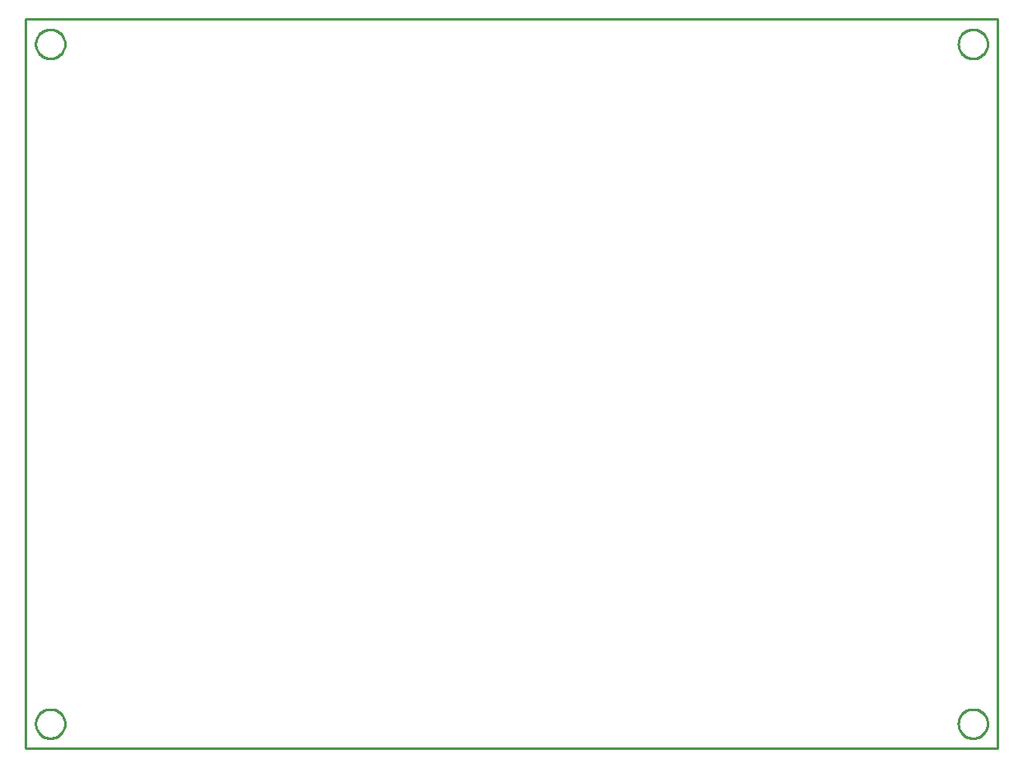
<source format=gbr>
G04 EAGLE Gerber RS-274X export*
G75*
%MOMM*%
%FSLAX34Y34*%
%LPD*%
%IN*%
%IPPOS*%
%AMOC8*
5,1,8,0,0,1.08239X$1,22.5*%
G01*
%ADD10C,0.254000*%


D10*
X0Y0D02*
X1000000Y0D01*
X1000000Y750000D01*
X0Y750000D01*
X0Y0D01*
X40400Y24864D02*
X40324Y23796D01*
X40171Y22735D01*
X39943Y21688D01*
X39641Y20660D01*
X39267Y19656D01*
X38822Y18681D01*
X38308Y17741D01*
X37729Y16840D01*
X37087Y15982D01*
X36385Y15172D01*
X35628Y14415D01*
X34818Y13713D01*
X33960Y13071D01*
X33059Y12492D01*
X32119Y11978D01*
X31144Y11533D01*
X30140Y11159D01*
X29112Y10857D01*
X28065Y10629D01*
X27004Y10476D01*
X25936Y10400D01*
X24864Y10400D01*
X23796Y10476D01*
X22735Y10629D01*
X21688Y10857D01*
X20660Y11159D01*
X19656Y11533D01*
X18681Y11978D01*
X17741Y12492D01*
X16840Y13071D01*
X15982Y13713D01*
X15172Y14415D01*
X14415Y15172D01*
X13713Y15982D01*
X13071Y16840D01*
X12492Y17741D01*
X11978Y18681D01*
X11533Y19656D01*
X11159Y20660D01*
X10857Y21688D01*
X10629Y22735D01*
X10476Y23796D01*
X10400Y24864D01*
X10400Y25936D01*
X10476Y27004D01*
X10629Y28065D01*
X10857Y29112D01*
X11159Y30140D01*
X11533Y31144D01*
X11978Y32119D01*
X12492Y33059D01*
X13071Y33960D01*
X13713Y34818D01*
X14415Y35628D01*
X15172Y36385D01*
X15982Y37087D01*
X16840Y37729D01*
X17741Y38308D01*
X18681Y38822D01*
X19656Y39267D01*
X20660Y39641D01*
X21688Y39943D01*
X22735Y40171D01*
X23796Y40324D01*
X24864Y40400D01*
X25936Y40400D01*
X27004Y40324D01*
X28065Y40171D01*
X29112Y39943D01*
X30140Y39641D01*
X31144Y39267D01*
X32119Y38822D01*
X33059Y38308D01*
X33960Y37729D01*
X34818Y37087D01*
X35628Y36385D01*
X36385Y35628D01*
X37087Y34818D01*
X37729Y33960D01*
X38308Y33059D01*
X38822Y32119D01*
X39267Y31144D01*
X39641Y30140D01*
X39943Y29112D01*
X40171Y28065D01*
X40324Y27004D01*
X40400Y25936D01*
X40400Y24864D01*
X989600Y24864D02*
X989524Y23796D01*
X989371Y22735D01*
X989143Y21688D01*
X988841Y20660D01*
X988467Y19656D01*
X988022Y18681D01*
X987508Y17741D01*
X986929Y16840D01*
X986287Y15982D01*
X985585Y15172D01*
X984828Y14415D01*
X984018Y13713D01*
X983160Y13071D01*
X982259Y12492D01*
X981319Y11978D01*
X980344Y11533D01*
X979340Y11159D01*
X978312Y10857D01*
X977265Y10629D01*
X976204Y10476D01*
X975136Y10400D01*
X974064Y10400D01*
X972996Y10476D01*
X971935Y10629D01*
X970888Y10857D01*
X969860Y11159D01*
X968856Y11533D01*
X967881Y11978D01*
X966941Y12492D01*
X966040Y13071D01*
X965182Y13713D01*
X964372Y14415D01*
X963615Y15172D01*
X962913Y15982D01*
X962271Y16840D01*
X961692Y17741D01*
X961178Y18681D01*
X960733Y19656D01*
X960359Y20660D01*
X960057Y21688D01*
X959829Y22735D01*
X959676Y23796D01*
X959600Y24864D01*
X959600Y25936D01*
X959676Y27004D01*
X959829Y28065D01*
X960057Y29112D01*
X960359Y30140D01*
X960733Y31144D01*
X961178Y32119D01*
X961692Y33059D01*
X962271Y33960D01*
X962913Y34818D01*
X963615Y35628D01*
X964372Y36385D01*
X965182Y37087D01*
X966040Y37729D01*
X966941Y38308D01*
X967881Y38822D01*
X968856Y39267D01*
X969860Y39641D01*
X970888Y39943D01*
X971935Y40171D01*
X972996Y40324D01*
X974064Y40400D01*
X975136Y40400D01*
X976204Y40324D01*
X977265Y40171D01*
X978312Y39943D01*
X979340Y39641D01*
X980344Y39267D01*
X981319Y38822D01*
X982259Y38308D01*
X983160Y37729D01*
X984018Y37087D01*
X984828Y36385D01*
X985585Y35628D01*
X986287Y34818D01*
X986929Y33960D01*
X987508Y33059D01*
X988022Y32119D01*
X988467Y31144D01*
X988841Y30140D01*
X989143Y29112D01*
X989371Y28065D01*
X989524Y27004D01*
X989600Y25936D01*
X989600Y24864D01*
X989600Y724064D02*
X989524Y722996D01*
X989371Y721935D01*
X989143Y720888D01*
X988841Y719860D01*
X988467Y718856D01*
X988022Y717881D01*
X987508Y716941D01*
X986929Y716040D01*
X986287Y715182D01*
X985585Y714372D01*
X984828Y713615D01*
X984018Y712913D01*
X983160Y712271D01*
X982259Y711692D01*
X981319Y711178D01*
X980344Y710733D01*
X979340Y710359D01*
X978312Y710057D01*
X977265Y709829D01*
X976204Y709676D01*
X975136Y709600D01*
X974064Y709600D01*
X972996Y709676D01*
X971935Y709829D01*
X970888Y710057D01*
X969860Y710359D01*
X968856Y710733D01*
X967881Y711178D01*
X966941Y711692D01*
X966040Y712271D01*
X965182Y712913D01*
X964372Y713615D01*
X963615Y714372D01*
X962913Y715182D01*
X962271Y716040D01*
X961692Y716941D01*
X961178Y717881D01*
X960733Y718856D01*
X960359Y719860D01*
X960057Y720888D01*
X959829Y721935D01*
X959676Y722996D01*
X959600Y724064D01*
X959600Y725136D01*
X959676Y726204D01*
X959829Y727265D01*
X960057Y728312D01*
X960359Y729340D01*
X960733Y730344D01*
X961178Y731319D01*
X961692Y732259D01*
X962271Y733160D01*
X962913Y734018D01*
X963615Y734828D01*
X964372Y735585D01*
X965182Y736287D01*
X966040Y736929D01*
X966941Y737508D01*
X967881Y738022D01*
X968856Y738467D01*
X969860Y738841D01*
X970888Y739143D01*
X971935Y739371D01*
X972996Y739524D01*
X974064Y739600D01*
X975136Y739600D01*
X976204Y739524D01*
X977265Y739371D01*
X978312Y739143D01*
X979340Y738841D01*
X980344Y738467D01*
X981319Y738022D01*
X982259Y737508D01*
X983160Y736929D01*
X984018Y736287D01*
X984828Y735585D01*
X985585Y734828D01*
X986287Y734018D01*
X986929Y733160D01*
X987508Y732259D01*
X988022Y731319D01*
X988467Y730344D01*
X988841Y729340D01*
X989143Y728312D01*
X989371Y727265D01*
X989524Y726204D01*
X989600Y725136D01*
X989600Y724064D01*
X40400Y724064D02*
X40324Y722996D01*
X40171Y721935D01*
X39943Y720888D01*
X39641Y719860D01*
X39267Y718856D01*
X38822Y717881D01*
X38308Y716941D01*
X37729Y716040D01*
X37087Y715182D01*
X36385Y714372D01*
X35628Y713615D01*
X34818Y712913D01*
X33960Y712271D01*
X33059Y711692D01*
X32119Y711178D01*
X31144Y710733D01*
X30140Y710359D01*
X29112Y710057D01*
X28065Y709829D01*
X27004Y709676D01*
X25936Y709600D01*
X24864Y709600D01*
X23796Y709676D01*
X22735Y709829D01*
X21688Y710057D01*
X20660Y710359D01*
X19656Y710733D01*
X18681Y711178D01*
X17741Y711692D01*
X16840Y712271D01*
X15982Y712913D01*
X15172Y713615D01*
X14415Y714372D01*
X13713Y715182D01*
X13071Y716040D01*
X12492Y716941D01*
X11978Y717881D01*
X11533Y718856D01*
X11159Y719860D01*
X10857Y720888D01*
X10629Y721935D01*
X10476Y722996D01*
X10400Y724064D01*
X10400Y725136D01*
X10476Y726204D01*
X10629Y727265D01*
X10857Y728312D01*
X11159Y729340D01*
X11533Y730344D01*
X11978Y731319D01*
X12492Y732259D01*
X13071Y733160D01*
X13713Y734018D01*
X14415Y734828D01*
X15172Y735585D01*
X15982Y736287D01*
X16840Y736929D01*
X17741Y737508D01*
X18681Y738022D01*
X19656Y738467D01*
X20660Y738841D01*
X21688Y739143D01*
X22735Y739371D01*
X23796Y739524D01*
X24864Y739600D01*
X25936Y739600D01*
X27004Y739524D01*
X28065Y739371D01*
X29112Y739143D01*
X30140Y738841D01*
X31144Y738467D01*
X32119Y738022D01*
X33059Y737508D01*
X33960Y736929D01*
X34818Y736287D01*
X35628Y735585D01*
X36385Y734828D01*
X37087Y734018D01*
X37729Y733160D01*
X38308Y732259D01*
X38822Y731319D01*
X39267Y730344D01*
X39641Y729340D01*
X39943Y728312D01*
X40171Y727265D01*
X40324Y726204D01*
X40400Y725136D01*
X40400Y724064D01*
M02*

</source>
